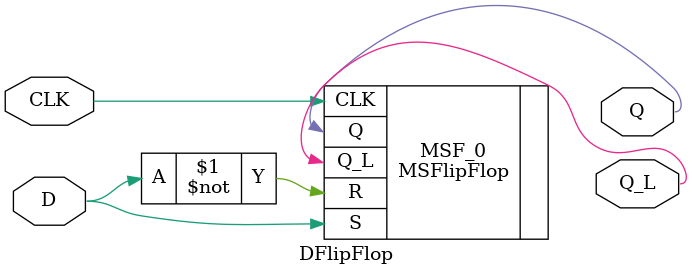
<source format=v>
`timescale 1ns / 1ps
module DFlipFlop(
    input CLK,
    input D,
    output Q,
    output Q_L
    );

	 MSFlipFlop MSF_0(.CLK(CLK), .S(D), .R(~D), .Q(Q), .Q_L(Q_L));

endmodule

</source>
